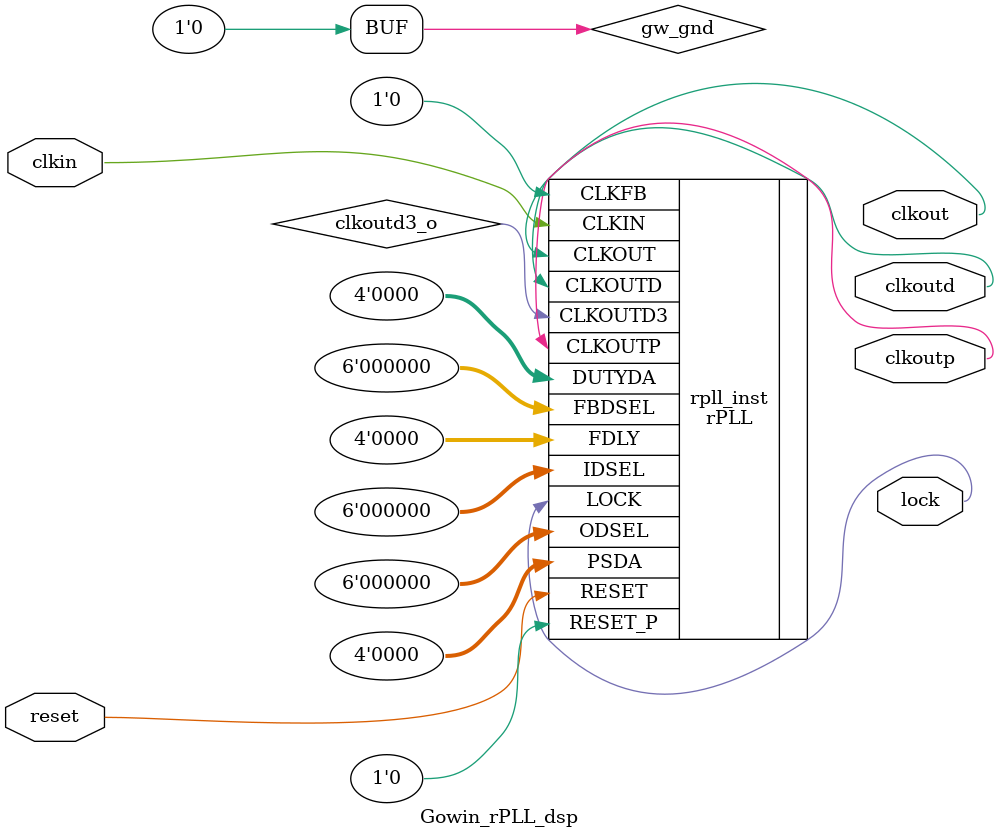
<source format=v>

module Gowin_rPLL_dsp (
    input clkin, input reset,
    output clkout, output clkoutd, output clkoutp, 
    output lock);

// wire clkoutd_o;
wire clkoutd3_o;
wire gw_gnd;

assign gw_gnd = 1'b0;

rPLL rpll_inst (
    .CLKOUT(clkout),
    .LOCK(lock),
    .CLKOUTP(clkoutp),
    .CLKOUTD(clkoutd),
    .CLKOUTD3(clkoutd3_o),
    .RESET(reset),
    .RESET_P(gw_gnd),
    .CLKIN(clkin),
    .CLKFB(gw_gnd),
    .FBDSEL({gw_gnd,gw_gnd,gw_gnd,gw_gnd,gw_gnd,gw_gnd}),
    .IDSEL({gw_gnd,gw_gnd,gw_gnd,gw_gnd,gw_gnd,gw_gnd}),
    .ODSEL({gw_gnd,gw_gnd,gw_gnd,gw_gnd,gw_gnd,gw_gnd}),
    .PSDA({gw_gnd,gw_gnd,gw_gnd,gw_gnd}),
    .DUTYDA({gw_gnd,gw_gnd,gw_gnd,gw_gnd}),
    .FDLY({gw_gnd,gw_gnd,gw_gnd,gw_gnd})
);

// Target main clock: 24.576

// 27 -> 97.875, 1/4 is 24.469 (-0.436%)
defparam rpll_inst.FBDIV_SEL = 28;
defparam rpll_inst.IDIV_SEL = 7;
defparam rpll_inst.ODIV_SEL = 8;
defparam rpll_inst.DYN_SDIV_SEL = 4;        // clkoutd is 24.469 Mhz

defparam rpll_inst.FCLKIN = "27";
defparam rpll_inst.DYN_IDIV_SEL = "false";
defparam rpll_inst.DYN_FBDIV_SEL = "false";
defparam rpll_inst.DYN_ODIV_SEL = "false";
defparam rpll_inst.PSDA_SEL = "1000";
defparam rpll_inst.DYN_DA_EN = "false";
defparam rpll_inst.DUTYDA_SEL = "1000";
defparam rpll_inst.CLKOUT_FT_DIR = 1'b1;
defparam rpll_inst.CLKOUTP_FT_DIR = 1'b1;
defparam rpll_inst.CLKOUT_DLY_STEP = 0;
defparam rpll_inst.CLKOUTP_DLY_STEP = 0;
defparam rpll_inst.CLKFB_SEL = "internal";
defparam rpll_inst.CLKOUT_BYPASS = "false";
defparam rpll_inst.CLKOUTP_BYPASS = "false";
defparam rpll_inst.CLKOUTD_BYPASS = "false";
defparam rpll_inst.CLKOUTD_SRC = "CLKOUT";
defparam rpll_inst.CLKOUTD3_SRC = "CLKOUT";
defparam rpll_inst.DEVICE = "GW2AR-18C";

endmodule //Gowin_rPLL

</source>
